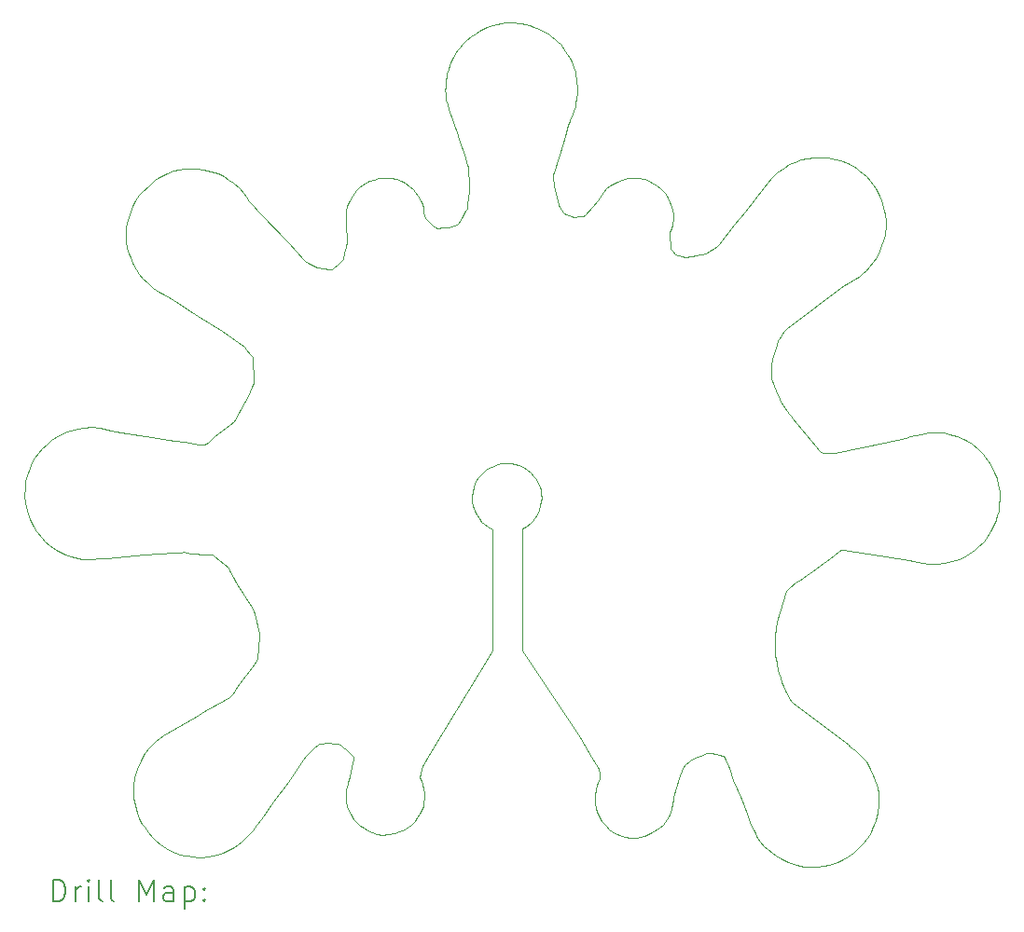
<source format=gbr>
%TF.GenerationSoftware,KiCad,Pcbnew,8.0.4*%
%TF.CreationDate,2024-10-01T08:31:06+02:00*%
%TF.ProjectId,Rp2040_Tastatur,52703230-3430-45f5-9461-737461747572,rev?*%
%TF.SameCoordinates,Original*%
%TF.FileFunction,Drillmap*%
%TF.FilePolarity,Positive*%
%FSLAX45Y45*%
G04 Gerber Fmt 4.5, Leading zero omitted, Abs format (unit mm)*
G04 Created by KiCad (PCBNEW 8.0.4) date 2024-10-01 08:31:06*
%MOMM*%
%LPD*%
G01*
G04 APERTURE LIST*
%ADD10C,0.050000*%
%ADD11C,0.200000*%
G04 APERTURE END LIST*
D10*
X14351000Y-11143000D02*
X14366000Y-11106000D01*
X8736000Y-7079000D02*
X8734000Y-7094000D01*
X8002000Y-8636000D02*
X8071000Y-8631000D01*
X7257000Y-7494000D02*
X7195000Y-7498000D01*
X11337000Y-8206000D02*
X11325000Y-8246000D01*
X15136000Y-8693000D02*
X15177000Y-8674000D01*
X8627000Y-11258000D02*
X8662000Y-11227000D01*
X10178000Y-5331000D02*
X10147000Y-5304000D01*
X14033000Y-11444000D02*
X14089000Y-11418000D01*
X13939000Y-5045000D02*
X13882000Y-5041000D01*
X11639000Y-4221000D02*
X11632000Y-4199000D01*
X14061000Y-5071000D02*
X14014000Y-5059000D01*
X9577000Y-5755000D02*
X9578000Y-5810000D01*
X14397000Y-11000000D02*
X14407000Y-10924000D01*
X9729000Y-11135000D02*
X9767000Y-11158000D01*
X13369000Y-11298000D02*
X13399000Y-11328000D01*
X11548000Y-5540000D02*
X11510000Y-5489000D01*
X9691000Y-5316000D02*
X9669000Y-5339000D01*
X11017000Y-3818000D02*
X10980000Y-3822000D01*
X13962000Y-11469000D02*
X14033000Y-11444000D01*
X6963000Y-7568000D02*
X6898000Y-7610000D01*
X8071000Y-8631000D02*
X8098000Y-8630000D01*
X13607000Y-7391000D02*
X13592000Y-7372000D01*
X13550000Y-11430000D02*
X13587000Y-11447000D01*
X6699000Y-7862000D02*
X6675000Y-7933000D01*
X13159000Y-10867000D02*
X13215000Y-11009000D01*
X8400000Y-11377000D02*
X8451000Y-11361000D01*
X14471000Y-5657000D02*
X14472000Y-5621000D01*
X11637000Y-5583000D02*
X11618000Y-5578000D01*
X11457000Y-5179000D02*
X11508000Y-5016000D01*
X11652000Y-4265000D02*
X11639000Y-4221000D01*
X8491000Y-11343000D02*
X8552000Y-11311000D01*
X12626000Y-10586000D02*
X12656000Y-10557000D01*
X10981000Y-7824000D02*
X11028000Y-7818000D01*
X14895000Y-7539000D02*
X14852000Y-7543000D01*
X10905000Y-3843000D02*
X10851000Y-3862000D01*
X8695000Y-5446000D02*
X8668000Y-5400000D01*
X9545000Y-10400000D02*
X9573000Y-10418000D01*
X11371000Y-3900000D02*
X11321000Y-3874000D01*
X7749000Y-7572000D02*
X7584000Y-7548000D01*
X12126000Y-5232000D02*
X12100000Y-5238000D01*
X8284000Y-8650000D02*
X8338000Y-8651000D01*
X14947000Y-8739000D02*
X15043000Y-8723000D01*
X8913000Y-10895000D02*
X9044000Y-10715000D01*
X9314000Y-10379000D02*
X9329000Y-10368000D01*
X11321000Y-3874000D02*
X11275000Y-3857000D01*
X10732000Y-8033000D02*
X10753000Y-7986000D01*
X14294000Y-11237000D02*
X14306000Y-11222000D01*
X7339000Y-8689000D02*
X7399000Y-8685000D01*
X9450000Y-10367000D02*
X9494000Y-10374000D01*
X14110000Y-6192000D02*
X14128000Y-6184000D01*
X10781000Y-8325000D02*
X10758000Y-8291000D01*
X8012000Y-10238000D02*
X7915000Y-10293000D01*
X9544000Y-5967000D02*
X9529000Y-5987000D01*
X7645000Y-10857000D02*
X7656000Y-10933000D01*
X10717000Y-8120000D02*
X10720000Y-8080000D01*
X8554000Y-7438000D02*
X8511000Y-7471000D01*
X11028000Y-7818000D02*
X11074000Y-7821000D01*
X11861000Y-10716000D02*
X11848000Y-10748000D01*
X11407000Y-3922000D02*
X11371000Y-3900000D01*
X11277000Y-7937000D02*
X11297000Y-7964000D01*
X9373000Y-6049000D02*
X9308000Y-6040000D01*
X11451000Y-5211000D02*
X11450000Y-5198000D01*
X9629000Y-5389000D02*
X9603000Y-5438000D01*
X8230000Y-6482000D02*
X8443000Y-6616000D01*
X13541000Y-9843000D02*
X13529000Y-9811000D01*
X10401000Y-5684000D02*
X10384000Y-5681000D01*
X11694000Y-10307000D02*
X11797000Y-10489000D01*
X9497000Y-6014000D02*
X9464000Y-6042000D01*
X14388000Y-5949000D02*
X14415000Y-5893000D01*
X7340000Y-7503000D02*
X7257000Y-7494000D01*
X9229000Y-10464000D02*
X9284000Y-10406000D01*
X11248000Y-7904000D02*
X11277000Y-7937000D01*
X10384000Y-5681000D02*
X10363000Y-5660000D01*
X9210000Y-10483000D02*
X9229000Y-10464000D01*
X11214000Y-7877000D02*
X11248000Y-7904000D01*
X10827000Y-8374000D02*
X10803000Y-8351000D01*
X10784000Y-3894000D02*
X10746000Y-3917000D01*
X13215000Y-11009000D02*
X13225000Y-11032000D01*
X12511000Y-5742000D02*
X12511000Y-5723000D01*
X10281000Y-10809000D02*
X10278000Y-10785000D01*
X7961000Y-7607000D02*
X7749000Y-7572000D01*
X13613000Y-9983000D02*
X13563000Y-9887000D01*
X13873000Y-7712000D02*
X13626000Y-7414000D01*
X9284000Y-10406000D02*
X9314000Y-10379000D01*
X10533000Y-5667000D02*
X10506000Y-5679000D01*
X12935000Y-10464000D02*
X12961000Y-10469000D01*
X9634000Y-10542000D02*
X9606000Y-10666000D01*
X7915000Y-11303000D02*
X7966000Y-11332000D01*
X11889000Y-5385000D02*
X11875000Y-5410000D01*
X10103000Y-5274000D02*
X10071000Y-5258000D01*
X9113000Y-10618000D02*
X9186000Y-10517000D01*
X7642000Y-10795000D02*
X7645000Y-10857000D01*
X11970000Y-5300000D02*
X11936000Y-5328000D01*
X12811000Y-10468000D02*
X12841000Y-10456000D01*
X14239000Y-10471000D02*
X14192000Y-10428000D01*
X12468000Y-11081000D02*
X12499000Y-11033000D01*
X10137000Y-11126000D02*
X10163000Y-11105000D01*
X10851000Y-7874000D02*
X10891000Y-7852000D01*
X7654000Y-10675000D02*
X7640000Y-10763000D01*
X8058000Y-5154000D02*
X8009000Y-5166000D01*
X11672000Y-4460000D02*
X11673000Y-4427000D01*
X10632000Y-4012000D02*
X10606000Y-4044000D01*
X14228000Y-6124000D02*
X14275000Y-6085000D01*
X10273000Y-5503000D02*
X10263000Y-5465000D01*
X15232000Y-8644000D02*
X15277000Y-8612000D01*
X12516000Y-5855000D02*
X12511000Y-5742000D01*
X8443000Y-6616000D02*
X8653000Y-6762000D01*
X13541000Y-9063000D02*
X13563000Y-9003000D01*
X13540000Y-6628000D02*
X13558000Y-6609000D01*
X13198000Y-5533000D02*
X13098000Y-5657000D01*
X10710000Y-3944000D02*
X10667000Y-3979000D01*
X13799000Y-11488000D02*
X13849000Y-11487000D01*
X15474000Y-8334000D02*
X15486000Y-8291000D01*
X11622000Y-4176000D02*
X11604000Y-4141000D01*
X13645000Y-5084000D02*
X13594000Y-5107000D01*
X7112000Y-8680000D02*
X7178000Y-8693000D01*
X8726000Y-6897000D02*
X8734000Y-7035000D01*
X11659000Y-4552000D02*
X11667000Y-4501000D01*
X14382000Y-11061000D02*
X14397000Y-11000000D01*
X12437000Y-5333000D02*
X12429000Y-5326000D01*
X13703000Y-5065000D02*
X13645000Y-5084000D01*
X10540000Y-4147000D02*
X10521000Y-4182000D01*
X13502000Y-9726000D02*
X13496000Y-9697000D01*
X6898000Y-7610000D02*
X6853000Y-7648000D01*
X12644000Y-5950000D02*
X12630000Y-5946000D01*
X14132000Y-10382000D02*
X13625000Y-10001000D01*
X12538000Y-10908000D02*
X12540000Y-10875000D01*
X11074000Y-7821000D02*
X11142000Y-7838000D01*
X10263000Y-5465000D02*
X10247000Y-5431000D01*
X8741000Y-9187000D02*
X8781000Y-9369000D01*
X15250000Y-7646000D02*
X15212000Y-7621000D01*
X10899000Y-9520000D02*
X10900000Y-8419000D01*
X9572000Y-5639000D02*
X9575000Y-5686000D01*
X10363000Y-5660000D02*
X10328000Y-5627000D01*
X10227000Y-5392000D02*
X10202000Y-5357000D01*
X7966000Y-11332000D02*
X8027000Y-11360000D01*
X9642000Y-11052000D02*
X9662000Y-11077000D01*
X8266000Y-7655000D02*
X8234000Y-7650000D01*
X9355000Y-10366000D02*
X9394000Y-10364000D01*
X15374000Y-7764000D02*
X15351000Y-7735000D01*
X9725000Y-5292000D02*
X9691000Y-5316000D01*
X8781000Y-9369000D02*
X8781000Y-9391000D01*
X14415000Y-5893000D02*
X14436000Y-5844000D01*
X9573000Y-10418000D02*
X9591000Y-10437000D01*
X13478000Y-7165000D02*
X13436000Y-7055000D01*
X7436000Y-7524000D02*
X7340000Y-7503000D01*
X11171000Y-8415000D02*
X11170000Y-9525000D01*
X13438000Y-6870000D02*
X13448000Y-6844000D01*
X7696000Y-11046000D02*
X7721000Y-11097000D01*
X10483000Y-4311000D02*
X10478000Y-4342000D01*
X6661000Y-7985000D02*
X6658000Y-8014000D01*
X13625000Y-10001000D02*
X13613000Y-9983000D01*
X10803000Y-8351000D02*
X10781000Y-8325000D01*
X12499000Y-11033000D02*
X12507000Y-11016000D01*
X7134000Y-7506000D02*
X7042000Y-7533000D01*
X13552000Y-5134000D02*
X13484000Y-5183000D01*
X14396000Y-10770000D02*
X14368000Y-10674000D01*
X9898000Y-5228000D02*
X9872000Y-5233000D01*
X14324000Y-10584000D02*
X14293000Y-10534000D01*
X13693000Y-11478000D02*
X13729000Y-11484000D01*
X11659000Y-4293000D02*
X11652000Y-4265000D01*
X7024000Y-8652000D02*
X7073000Y-8669000D01*
X12485000Y-5393000D02*
X12469000Y-5370000D01*
X15504000Y-8074000D02*
X15492000Y-8014000D01*
X12542000Y-5901000D02*
X12526000Y-5880000D01*
X8176000Y-11396000D02*
X8235000Y-11399000D01*
X8800000Y-11052000D02*
X8913000Y-10895000D01*
X10688000Y-5350000D02*
X10683000Y-5409000D01*
X11632000Y-4199000D02*
X11622000Y-4176000D01*
X13089000Y-10697000D02*
X13159000Y-10867000D01*
X8451000Y-11361000D02*
X8491000Y-11343000D01*
X13505000Y-6684000D02*
X13540000Y-6628000D01*
X11207000Y-8394000D02*
X11171000Y-8415000D01*
X11936000Y-5328000D02*
X11910000Y-5358000D01*
X11492000Y-3991000D02*
X11465000Y-3966000D01*
X7604000Y-5559000D02*
X7589000Y-5615000D01*
X14936000Y-7538000D02*
X14895000Y-7539000D01*
X12284000Y-11204000D02*
X12349000Y-11174000D01*
X9394000Y-10364000D02*
X9425000Y-10363000D01*
X10102000Y-11148000D02*
X10111000Y-11142000D01*
X8781000Y-9391000D02*
X8765000Y-9596000D01*
X8580000Y-9856000D02*
X8545000Y-9909000D01*
X9631000Y-11036000D02*
X9642000Y-11052000D01*
X9575000Y-10785000D02*
X9572000Y-10809000D01*
X9441000Y-6057000D02*
X9420000Y-6058000D01*
X9599000Y-10977000D02*
X9613000Y-11008000D01*
X11667000Y-4334000D02*
X11659000Y-4293000D01*
X10278000Y-10785000D02*
X10266000Y-10733000D01*
X14335000Y-11173000D02*
X14351000Y-11143000D01*
X8754000Y-9622000D02*
X8740000Y-9638000D01*
X8594000Y-11285000D02*
X8627000Y-11258000D01*
X13396000Y-5275000D02*
X13366000Y-5313000D01*
X13241000Y-11082000D02*
X13249000Y-11107000D01*
X10196000Y-11072000D02*
X10218000Y-11043000D01*
X9901000Y-11197000D02*
X9952000Y-11194000D01*
X9642000Y-10512000D02*
X9634000Y-10542000D01*
X13048000Y-10594000D02*
X13089000Y-10697000D01*
X14288000Y-6074000D02*
X14324000Y-6036000D01*
X13332000Y-11255000D02*
X13369000Y-11298000D01*
X11437000Y-3943000D02*
X11407000Y-3922000D01*
X10218000Y-11043000D02*
X10243000Y-11001000D01*
X8734000Y-7094000D02*
X8719000Y-7128000D01*
X9575000Y-5686000D02*
X9577000Y-5755000D01*
X8322000Y-11393000D02*
X8358000Y-11388000D01*
X12656000Y-10557000D02*
X12689000Y-10528000D01*
X10656000Y-5531000D02*
X10630000Y-5574000D01*
X12155000Y-11222000D02*
X12216000Y-11221000D01*
X13466000Y-9426000D02*
X13468000Y-9391000D01*
X9584000Y-10938000D02*
X9599000Y-10977000D01*
X7662000Y-5431000D02*
X7633000Y-5482000D01*
X10521000Y-4182000D02*
X10512000Y-4207000D01*
X12452000Y-5349000D02*
X12437000Y-5333000D01*
X10677000Y-5112000D02*
X10680000Y-5129000D01*
X7791000Y-5286000D02*
X7709000Y-5362000D01*
X12840000Y-5915000D02*
X12795000Y-5926000D01*
X8603000Y-5322000D02*
X8549000Y-5273000D01*
X13465000Y-9458000D02*
X13466000Y-9426000D01*
X10293000Y-5591000D02*
X10281000Y-5571000D01*
X11839000Y-10951000D02*
X11850000Y-10989000D01*
X9586000Y-10738000D02*
X9579000Y-10763000D01*
X13480000Y-9261000D02*
X13506000Y-9172000D01*
X9578000Y-5810000D02*
X9569000Y-5859000D01*
X11306000Y-8285000D02*
X11285000Y-8320000D01*
X8738000Y-9168000D02*
X8741000Y-9187000D01*
X11876000Y-10673000D02*
X11876000Y-10690000D01*
X9592000Y-10720000D02*
X9586000Y-10738000D01*
X9186000Y-10517000D02*
X9210000Y-10483000D01*
X9700000Y-11114000D02*
X9729000Y-11135000D01*
X7896000Y-5211000D02*
X7863000Y-5229000D01*
X12689000Y-10528000D02*
X12707000Y-10516000D01*
X10059000Y-11169000D02*
X10102000Y-11148000D01*
X9571000Y-5577000D02*
X9572000Y-5639000D01*
X9591000Y-10437000D02*
X9624000Y-10475000D01*
X7775000Y-11171000D02*
X7812000Y-11218000D01*
X15492000Y-8014000D02*
X15479000Y-7956000D01*
X8098000Y-8630000D02*
X8122000Y-8631000D01*
X13882000Y-5041000D02*
X13824000Y-5042000D01*
X7676000Y-10995000D02*
X7696000Y-11046000D01*
X12540000Y-5562000D02*
X12535000Y-5522000D01*
X8375000Y-8665000D02*
X8506000Y-8773000D01*
X7787000Y-10404000D02*
X7743000Y-10458000D01*
X11510000Y-5489000D02*
X11504000Y-5478000D01*
X10502000Y-4603000D02*
X10513000Y-4633000D01*
X11450000Y-5198000D02*
X11457000Y-5179000D01*
X12841000Y-10456000D02*
X12859000Y-10451000D01*
X8576000Y-8908000D02*
X8725000Y-9146000D01*
X9188000Y-5972000D02*
X9052000Y-5827000D01*
X8765000Y-9596000D02*
X8754000Y-9622000D01*
X12664000Y-5948000D02*
X12644000Y-5950000D01*
X14461000Y-7634000D02*
X14008000Y-7729000D01*
X9203000Y-5986000D02*
X9188000Y-5972000D01*
X7766000Y-6183000D02*
X7817000Y-6226000D01*
X11620000Y-4669000D02*
X11640000Y-4620000D01*
X14178000Y-11360000D02*
X14230000Y-11312000D01*
X10259000Y-10598000D02*
X10268000Y-10573000D01*
X11875000Y-5410000D02*
X11855000Y-5431000D01*
X6853000Y-7648000D02*
X6812000Y-7689000D01*
X13477000Y-11390000D02*
X13519000Y-11415000D01*
X8362000Y-8652000D02*
X8375000Y-8665000D01*
X8511000Y-7471000D02*
X8380000Y-7576000D01*
X9783000Y-5260000D02*
X9725000Y-5292000D01*
X7668000Y-6063000D02*
X7692000Y-6099000D01*
X14648000Y-7592000D02*
X14461000Y-7634000D01*
X6776000Y-7730000D02*
X6748000Y-7768000D01*
X15434000Y-8424000D02*
X15456000Y-8376000D01*
X10031000Y-5242000D02*
X9977000Y-5232000D01*
X10147000Y-5304000D02*
X10103000Y-5274000D01*
X10670000Y-5510000D02*
X10656000Y-5531000D01*
X7727000Y-6144000D02*
X7766000Y-6183000D01*
X15495000Y-8262000D02*
X15503000Y-8202000D01*
X11167000Y-3827000D02*
X11146000Y-3824000D01*
X8136000Y-11389000D02*
X8176000Y-11396000D01*
X7251000Y-8697000D02*
X7339000Y-8689000D01*
X8549000Y-5273000D02*
X8509000Y-5245000D01*
X10071000Y-5258000D02*
X10031000Y-5242000D01*
X12287000Y-5241000D02*
X12217000Y-5228000D01*
X10598000Y-4878000D02*
X10653000Y-5041000D01*
X7747000Y-8655000D02*
X8002000Y-8636000D01*
X13011000Y-10501000D02*
X13048000Y-10594000D01*
X14125000Y-5097000D02*
X14061000Y-5071000D01*
X10478000Y-4342000D02*
X10476000Y-4363000D01*
X13932000Y-8710000D02*
X14001000Y-8659000D01*
X8668000Y-5400000D02*
X8641000Y-5365000D01*
X13435000Y-7005000D02*
X13437000Y-6931000D01*
X11933000Y-11119000D02*
X11961000Y-11145000D01*
X9558000Y-5910000D02*
X9544000Y-5967000D01*
X12001000Y-5278000D02*
X11970000Y-5300000D01*
X8263000Y-11399000D02*
X8322000Y-11393000D01*
X6938000Y-8607000D02*
X6974000Y-8628000D01*
X11559000Y-4851000D02*
X11590000Y-4752000D01*
X7689000Y-5384000D02*
X7662000Y-5431000D01*
X13963000Y-7729000D02*
X13909000Y-7727000D01*
X11830000Y-10841000D02*
X11829000Y-10885000D01*
X7886000Y-11283000D02*
X7915000Y-11303000D01*
X10851000Y-3862000D02*
X10784000Y-3894000D01*
X13439000Y-11362000D02*
X13477000Y-11390000D01*
X9606000Y-10666000D02*
X9600000Y-10696000D01*
X14407000Y-10924000D02*
X14408000Y-10873000D01*
X10473000Y-4433000D02*
X10475000Y-4464000D01*
X12961000Y-5829000D02*
X12945000Y-5850000D01*
X12945000Y-5850000D02*
X12911000Y-5870000D01*
X12521000Y-10984000D02*
X12527000Y-10964000D01*
X10775000Y-7951000D02*
X10813000Y-7905000D01*
X10474000Y-4400000D02*
X10473000Y-4433000D01*
X8274000Y-5152000D02*
X8218000Y-5145000D01*
X15422000Y-7832000D02*
X15374000Y-7764000D01*
X15122000Y-7578000D02*
X15050000Y-7556000D01*
X14001000Y-8659000D02*
X14055000Y-8619000D01*
X11667000Y-4501000D02*
X11672000Y-4460000D01*
X10328000Y-5627000D02*
X10293000Y-5591000D01*
X10891000Y-7852000D02*
X10950000Y-7829000D01*
X6974000Y-8628000D02*
X7024000Y-8652000D01*
X15486000Y-8291000D02*
X15495000Y-8262000D01*
X14686000Y-8703000D02*
X14720000Y-8709000D01*
X10980000Y-3822000D02*
X10942000Y-3831000D01*
X10758000Y-8291000D02*
X10739000Y-8252000D01*
X14389000Y-5338000D02*
X14379000Y-5321000D01*
X14356000Y-5996000D02*
X14388000Y-5949000D01*
X8225000Y-8647000D02*
X8239000Y-8650000D01*
X11618000Y-5578000D02*
X11570000Y-5563000D01*
X13988000Y-7731000D02*
X13963000Y-7729000D01*
X10244500Y-10677000D02*
X10247500Y-10637000D01*
X11602000Y-4713000D02*
X11606000Y-4699000D01*
X11247000Y-8361000D02*
X11207000Y-8394000D01*
X11874000Y-10640000D02*
X11876000Y-10673000D01*
X11170000Y-9525000D02*
X11694000Y-10307000D01*
X14328000Y-5254000D02*
X14293000Y-5216000D01*
X15313000Y-7696000D02*
X15250000Y-7646000D01*
X11468000Y-5329000D02*
X11464000Y-5305000D01*
X11700000Y-5577000D02*
X11637000Y-5583000D01*
X11673000Y-4427000D02*
X11667000Y-4334000D01*
X11566000Y-4079000D02*
X11516000Y-4015000D01*
X10753000Y-7986000D02*
X10775000Y-7951000D01*
X9823000Y-5246000D02*
X9783000Y-5260000D01*
X13471000Y-9566000D02*
X13465000Y-9458000D01*
X14720000Y-8709000D02*
X14801000Y-8731000D01*
X11652000Y-4581000D02*
X11659000Y-4552000D01*
X15212000Y-7621000D02*
X15181000Y-7605000D01*
X8725000Y-5480000D02*
X8695000Y-5446000D01*
X7631000Y-5999000D02*
X7668000Y-6063000D01*
X13494000Y-6702000D02*
X13505000Y-6684000D01*
X9579000Y-10763000D02*
X9575000Y-10785000D01*
X7839000Y-5246000D02*
X7791000Y-5286000D01*
X13516000Y-9771000D02*
X13502000Y-9726000D01*
X8734000Y-7035000D02*
X8736000Y-7079000D01*
X9662000Y-11077000D02*
X9681000Y-11097000D01*
X10674000Y-5470000D02*
X10670000Y-5510000D01*
X13436000Y-7055000D02*
X13434000Y-7033000D01*
X14230000Y-11312000D02*
X14267000Y-11271000D01*
X15050000Y-7556000D02*
X14996000Y-7544000D01*
X13098000Y-5657000D02*
X12961000Y-5829000D01*
X6880000Y-8567000D02*
X6938000Y-8607000D01*
X11841000Y-10774000D02*
X11830000Y-10841000D01*
X8515000Y-9944000D02*
X8470000Y-9969000D01*
X10667000Y-3979000D02*
X10632000Y-4012000D01*
X12589000Y-5931000D02*
X12564000Y-5923000D01*
X8380000Y-7576000D02*
X8315000Y-7636000D01*
X12100000Y-5238000D02*
X12076000Y-5244000D01*
X6748000Y-7768000D02*
X6722000Y-7814000D01*
X10452000Y-5681000D02*
X10401000Y-5684000D01*
X12873000Y-5894000D02*
X12840000Y-5915000D01*
X11344000Y-8169000D02*
X11337000Y-8206000D01*
X12525000Y-5687000D02*
X12532000Y-5653000D01*
X7740000Y-11122000D02*
X7775000Y-11171000D01*
X9574000Y-5523000D02*
X9571000Y-5577000D01*
X9329000Y-10368000D02*
X9355000Y-10366000D01*
X10630000Y-5574000D02*
X10593000Y-5640000D01*
X12596000Y-10686000D02*
X12626000Y-10586000D01*
X7843000Y-10348000D02*
X7787000Y-10404000D01*
X9767000Y-11158000D02*
X9808000Y-11176000D01*
X14194000Y-6148000D02*
X14228000Y-6124000D01*
X13590000Y-8960000D02*
X13659000Y-8901000D01*
X12707000Y-10516000D02*
X12763000Y-10488000D01*
X14451000Y-5798000D02*
X14462000Y-5747000D01*
X11806000Y-5491000D02*
X11741000Y-5568000D01*
X14872000Y-8739000D02*
X14947000Y-8739000D01*
X10582000Y-4073000D02*
X10540000Y-4147000D01*
X6655000Y-8117000D02*
X6657000Y-8181000D01*
X7589000Y-5615000D02*
X7578000Y-5672000D01*
X8103000Y-5147000D02*
X8058000Y-5154000D01*
X8670000Y-6787000D02*
X8702000Y-6829000D01*
X7584000Y-7548000D02*
X7478000Y-7531000D01*
X14293000Y-10534000D02*
X14239000Y-10471000D01*
X13434000Y-5230000D02*
X13396000Y-5275000D01*
X13911000Y-11480000D02*
X13962000Y-11469000D01*
X11581000Y-4101000D02*
X11566000Y-4079000D01*
X8517000Y-8795000D02*
X8552000Y-8870000D01*
X13506000Y-9172000D02*
X13541000Y-9063000D01*
X8725000Y-9146000D02*
X8738000Y-9168000D01*
X13563000Y-9003000D02*
X13570000Y-8978000D01*
X10720000Y-8080000D02*
X10732000Y-8033000D01*
X6760000Y-8440000D02*
X6808000Y-8500000D01*
X12514000Y-5448000D02*
X12494000Y-5409000D01*
X7042000Y-7533000D02*
X6963000Y-7568000D01*
X14801000Y-8731000D02*
X14872000Y-8739000D01*
X13849000Y-11487000D02*
X13911000Y-11480000D01*
X9849000Y-11188000D02*
X9901000Y-11197000D01*
X11339000Y-8066000D02*
X11344000Y-8099000D01*
X8653000Y-6762000D02*
X8670000Y-6787000D01*
X12911000Y-5870000D02*
X12873000Y-5894000D01*
X8702000Y-6829000D02*
X8723000Y-6857000D01*
X14055000Y-8619000D02*
X14066000Y-8611000D01*
X9681000Y-11097000D02*
X9700000Y-11114000D01*
X13298000Y-11208000D02*
X13310000Y-11226000D01*
X9294000Y-6032000D02*
X9226000Y-5997000D01*
X12540000Y-5598000D02*
X12540000Y-5562000D01*
X11850000Y-10989000D02*
X11871000Y-11035000D01*
X11893000Y-11071000D02*
X11933000Y-11119000D01*
X13660000Y-11471000D02*
X13693000Y-11478000D01*
X10268000Y-10573000D02*
X10330000Y-10455000D01*
X8681000Y-7211000D02*
X8658000Y-7252000D01*
X13570000Y-8978000D02*
X13590000Y-8960000D01*
X11570000Y-5563000D02*
X11557000Y-5554000D01*
X7576000Y-5801000D02*
X7586000Y-5864000D01*
X10512000Y-4207000D02*
X10502000Y-4236000D01*
X13448000Y-6844000D02*
X13480000Y-6744000D01*
X13519000Y-11415000D02*
X13550000Y-11430000D01*
X11201000Y-3834000D02*
X11167000Y-3827000D01*
X11319000Y-8007000D02*
X11330000Y-8034000D01*
X10813000Y-7905000D02*
X10851000Y-7874000D01*
X7675000Y-10598000D02*
X7654000Y-10675000D01*
X11590000Y-4752000D02*
X11602000Y-4713000D01*
X8779000Y-5536000D02*
X8725000Y-5480000D01*
X7586000Y-5864000D02*
X7599000Y-5914000D01*
X14416000Y-5388000D02*
X14389000Y-5338000D01*
X15351000Y-7735000D02*
X15313000Y-7696000D01*
X11243000Y-3845000D02*
X11201000Y-3834000D01*
X7478000Y-7531000D02*
X7436000Y-7524000D01*
X15479000Y-7956000D02*
X15459000Y-7902000D01*
X11465000Y-3966000D02*
X11437000Y-3943000D01*
X15503000Y-8202000D02*
X15505000Y-8137000D01*
X10279000Y-5542000D02*
X10273000Y-5503000D01*
X14148000Y-10394000D02*
X14132000Y-10382000D01*
X10502000Y-4236000D02*
X10489000Y-4280000D01*
X7925000Y-6289000D02*
X7978000Y-6327000D01*
X11508000Y-5016000D02*
X11559000Y-4851000D01*
X7915000Y-10293000D02*
X7843000Y-10348000D01*
X12763000Y-10488000D02*
X12811000Y-10468000D01*
X14460000Y-5523000D02*
X14436000Y-5435000D01*
X10683000Y-5409000D02*
X10674000Y-5470000D01*
X10950000Y-7829000D02*
X10981000Y-7824000D01*
X15177000Y-8674000D02*
X15232000Y-8644000D01*
X13758000Y-8838000D02*
X13804000Y-8804000D01*
X6839000Y-8532000D02*
X6880000Y-8567000D01*
X8658000Y-7252000D02*
X8554000Y-7438000D01*
X14366000Y-11106000D02*
X14382000Y-11061000D01*
X9420000Y-6058000D02*
X9373000Y-6049000D01*
X13592000Y-7372000D02*
X13576000Y-7350000D01*
X9464000Y-6042000D02*
X9441000Y-6057000D01*
X14734000Y-7571000D02*
X14695000Y-7580000D01*
X10489000Y-4280000D02*
X10483000Y-4311000D01*
X8106000Y-7630000D02*
X8015000Y-7616000D01*
X13904000Y-8730000D02*
X13932000Y-8710000D01*
X14267000Y-11271000D02*
X14294000Y-11237000D01*
X7178000Y-8693000D02*
X7251000Y-8697000D01*
X6724000Y-8382000D02*
X6760000Y-8440000D01*
X8136000Y-5143000D02*
X8103000Y-5147000D01*
X14093000Y-6207000D02*
X14110000Y-6192000D01*
X6701000Y-8333000D02*
X6724000Y-8382000D01*
X10593000Y-5640000D02*
X10577000Y-5651000D01*
X12494000Y-5409000D02*
X12485000Y-5393000D01*
X11797000Y-10489000D02*
X11842000Y-10553000D01*
X12740000Y-5937000D02*
X12718000Y-5941000D01*
X10739000Y-8252000D02*
X10730000Y-8227000D01*
X13659000Y-8901000D02*
X13683000Y-8886000D01*
X11842000Y-10553000D02*
X11860000Y-10581000D01*
X11344000Y-8099000D02*
X11346000Y-8134000D01*
X14695000Y-7580000D02*
X14648000Y-7592000D01*
X13754000Y-5052000D02*
X13703000Y-5065000D01*
X8338000Y-8651000D02*
X8362000Y-8652000D01*
X11848000Y-10748000D02*
X11841000Y-10774000D01*
X11961000Y-11145000D02*
X12014000Y-11180000D01*
X12859000Y-10451000D02*
X12880000Y-10454000D01*
X6808000Y-8500000D02*
X6839000Y-8532000D01*
X9575000Y-10898000D02*
X9584000Y-10938000D01*
X6656000Y-8043000D02*
X6655000Y-8117000D01*
X12511000Y-5723000D02*
X12519000Y-5705000D01*
X12693000Y-5945000D02*
X12664000Y-5948000D01*
X11330000Y-8034000D02*
X11339000Y-8066000D01*
X12507000Y-11016000D02*
X12521000Y-10984000D01*
X11285000Y-8320000D02*
X11264000Y-8345000D01*
X8348000Y-5169000D02*
X8274000Y-5152000D01*
X14368000Y-10674000D02*
X14324000Y-10584000D01*
X12540000Y-10875000D02*
X12540000Y-10854000D01*
X11741000Y-5568000D02*
X11726000Y-5575000D01*
X15306000Y-8586000D02*
X15360000Y-8532000D01*
X12237000Y-11217000D02*
X12284000Y-11204000D01*
X11640000Y-4620000D02*
X11652000Y-4581000D01*
X7692000Y-6099000D02*
X7727000Y-6144000D01*
X13558000Y-6609000D02*
X13579000Y-6593000D01*
X15456000Y-8376000D02*
X15474000Y-8334000D01*
X8027000Y-11360000D02*
X8067000Y-11374000D01*
X10577000Y-5651000D02*
X10533000Y-5667000D01*
X10480000Y-4517000D02*
X10491000Y-4566000D01*
X10942000Y-3831000D02*
X10905000Y-3843000D01*
X14462000Y-5747000D02*
X14471000Y-5657000D01*
X12217000Y-5228000D02*
X12181000Y-5227000D01*
X13006000Y-10490000D02*
X13011000Y-10501000D01*
X7721000Y-11097000D02*
X7740000Y-11122000D01*
X10257000Y-10969000D02*
X10271000Y-10935000D01*
X12961000Y-10469000D02*
X12992000Y-10483000D01*
X12718000Y-5941000D02*
X12693000Y-5945000D01*
X10111000Y-11142000D02*
X10137000Y-11126000D01*
X13909000Y-7727000D02*
X13885000Y-7724000D01*
X13399000Y-11328000D02*
X13439000Y-11362000D01*
X13824000Y-5042000D02*
X13754000Y-5052000D01*
X11516000Y-4015000D02*
X11492000Y-3991000D01*
X12526000Y-5880000D02*
X12518000Y-5870000D01*
X6675000Y-7933000D02*
X6661000Y-7985000D01*
X13683000Y-8886000D02*
X13758000Y-8838000D01*
X10259000Y-10706000D02*
X10244500Y-10677000D01*
X8207000Y-10125000D02*
X8012000Y-10238000D01*
X11464000Y-5305000D02*
X11451000Y-5211000D01*
X7949000Y-5187000D02*
X7896000Y-5211000D01*
X10686000Y-5262000D02*
X10688000Y-5350000D01*
X8234000Y-7650000D02*
X8106000Y-7630000D01*
X13506000Y-7238000D02*
X13478000Y-7165000D01*
X12216000Y-11221000D02*
X12237000Y-11217000D01*
X14436000Y-5844000D02*
X14451000Y-5798000D01*
X12076000Y-5244000D02*
X12034000Y-5261000D01*
X8552000Y-8870000D02*
X8576000Y-8908000D01*
X11179000Y-7856000D02*
X11214000Y-7877000D01*
X10247500Y-10637000D02*
X10259000Y-10598000D01*
X15401000Y-8478000D02*
X15434000Y-8424000D01*
X8662000Y-11227000D02*
X8699000Y-11187000D01*
X10015000Y-11183000D02*
X10059000Y-11169000D01*
X14436000Y-5435000D02*
X14416000Y-5388000D01*
X10475000Y-4464000D02*
X10480000Y-4517000D01*
X13287000Y-11186000D02*
X13298000Y-11208000D01*
X11910000Y-5358000D02*
X11889000Y-5385000D01*
X8509000Y-5245000D02*
X8459000Y-5214000D01*
X10724000Y-8207000D02*
X10718000Y-8172000D01*
X10271000Y-10935000D02*
X10277000Y-10900000D01*
X8760000Y-11106000D02*
X8800000Y-11052000D01*
X11876000Y-10690000D02*
X11861000Y-10716000D01*
X11726000Y-5575000D02*
X11700000Y-5577000D01*
X12469000Y-5370000D02*
X12452000Y-5349000D01*
X14192000Y-10428000D02*
X14148000Y-10394000D01*
X6812000Y-7689000D02*
X6776000Y-7730000D01*
X12429000Y-5326000D02*
X12389000Y-5300000D01*
X10476000Y-4363000D02*
X10474000Y-4400000D01*
X11264000Y-8345000D02*
X11247000Y-8361000D01*
X13579000Y-6593000D02*
X14093000Y-6207000D01*
X9624000Y-10475000D02*
X9637000Y-10492000D01*
X7656000Y-10933000D02*
X7676000Y-10995000D01*
X14467000Y-5564000D02*
X14460000Y-5523000D01*
X14403000Y-10820000D02*
X14396000Y-10770000D01*
X12535000Y-5522000D02*
X12521000Y-5467000D01*
X13804000Y-8804000D02*
X13904000Y-8730000D01*
X13468000Y-9391000D02*
X13474000Y-9320000D01*
X8545000Y-9909000D02*
X8515000Y-9944000D01*
X7873000Y-6263000D02*
X7925000Y-6289000D01*
X10491000Y-4566000D02*
X10502000Y-4603000D01*
X14085000Y-8610000D02*
X14419000Y-8663000D01*
X8506000Y-8773000D02*
X8517000Y-8795000D01*
X8358000Y-11388000D02*
X8400000Y-11377000D01*
X8641000Y-5365000D02*
X8603000Y-5322000D01*
X7578000Y-5672000D02*
X7573000Y-5734000D01*
X7812000Y-11218000D02*
X7842000Y-11251000D01*
X9600000Y-10696000D02*
X9592000Y-10720000D01*
X12347000Y-5273000D02*
X12287000Y-5241000D01*
X8239000Y-8650000D02*
X8284000Y-8650000D01*
X10668000Y-5084000D02*
X10677000Y-5112000D01*
X7613000Y-5953000D02*
X7631000Y-5999000D01*
X13563000Y-9887000D02*
X13541000Y-9843000D01*
X13437000Y-6931000D02*
X13438000Y-6870000D01*
X9872000Y-5233000D02*
X9823000Y-5246000D01*
X14324000Y-6036000D02*
X14356000Y-5996000D01*
X8289000Y-10075000D02*
X8207000Y-10125000D01*
X14306000Y-11222000D02*
X14335000Y-11173000D01*
X10746000Y-3917000D02*
X10710000Y-3944000D01*
X7707000Y-10526000D02*
X7675000Y-10598000D01*
X9584000Y-5481000D02*
X9574000Y-5523000D01*
X9572000Y-10809000D02*
X9571000Y-10863000D01*
X9529000Y-5987000D02*
X9497000Y-6014000D01*
X12992000Y-10483000D02*
X13006000Y-10490000D01*
X8067000Y-11374000D02*
X8106000Y-11382000D01*
X9494000Y-10374000D02*
X9522000Y-10382000D01*
X9522000Y-10382000D02*
X9545000Y-10400000D01*
X15505000Y-8137000D02*
X15504000Y-8074000D01*
X8288000Y-7654000D02*
X8266000Y-7655000D01*
X12880000Y-10454000D02*
X12935000Y-10464000D01*
X11860000Y-10581000D02*
X11866000Y-10602000D01*
X14203000Y-5141000D02*
X14125000Y-5097000D01*
X8409000Y-5191000D02*
X8348000Y-5169000D01*
X10730000Y-8227000D02*
X10724000Y-8207000D01*
X7817000Y-6226000D02*
X7873000Y-6263000D01*
X13496000Y-9697000D02*
X13484000Y-9636000D01*
X11146000Y-3824000D02*
X11085000Y-3819000D01*
X9808000Y-11176000D02*
X9849000Y-11188000D01*
X11325000Y-8246000D02*
X11306000Y-8285000D01*
X12518000Y-5870000D02*
X12516000Y-5855000D01*
X12795000Y-5926000D02*
X12740000Y-5937000D01*
X14408000Y-10873000D02*
X14403000Y-10820000D01*
X13366000Y-5313000D02*
X13198000Y-5533000D01*
X14129000Y-11395000D02*
X14178000Y-11360000D01*
X11871000Y-11035000D02*
X11893000Y-11071000D01*
X7195000Y-7498000D02*
X7134000Y-7506000D01*
X12519000Y-5705000D02*
X12525000Y-5687000D01*
X10513000Y-4633000D02*
X10538000Y-4696000D01*
X9226000Y-5997000D02*
X9203000Y-5986000D01*
X15277000Y-8612000D02*
X15306000Y-8586000D01*
X13269000Y-11151000D02*
X13287000Y-11186000D01*
X13434000Y-7033000D02*
X13435000Y-7005000D01*
X8723000Y-6857000D02*
X8726000Y-6897000D01*
X11606000Y-4699000D02*
X11620000Y-4669000D01*
X14014000Y-5059000D02*
X13939000Y-5045000D01*
X8168000Y-8639000D02*
X8225000Y-8647000D01*
X6722000Y-7814000D02*
X6699000Y-7862000D01*
X13484000Y-5183000D02*
X13434000Y-5230000D01*
X8470000Y-9969000D02*
X8289000Y-10075000D01*
X7842000Y-11251000D02*
X7886000Y-11283000D01*
X7640000Y-10763000D02*
X7642000Y-10795000D01*
X13484000Y-9636000D02*
X13471000Y-9566000D01*
X12552000Y-5913000D02*
X12542000Y-5901000D01*
X7073000Y-8669000D02*
X7112000Y-8680000D01*
X10266000Y-10733000D02*
X10259000Y-10706000D01*
X14128000Y-6184000D02*
X14194000Y-6148000D01*
X7709000Y-5362000D02*
X7689000Y-5384000D01*
X12540000Y-10854000D02*
X12596000Y-10686000D01*
X14089000Y-11418000D02*
X14129000Y-11395000D01*
X11346000Y-8134000D02*
X11344000Y-8169000D01*
X11297000Y-7964000D02*
X11319000Y-8007000D01*
X12630000Y-5946000D02*
X12589000Y-5931000D01*
X7399000Y-8685000D02*
X7747000Y-8655000D01*
X12527000Y-10964000D02*
X12538000Y-10908000D01*
X13480000Y-6744000D02*
X13494000Y-6702000D01*
X14008000Y-7729000D02*
X13988000Y-7731000D01*
X8122000Y-8631000D02*
X8168000Y-8639000D01*
X8719000Y-7128000D02*
X8681000Y-7211000D01*
X14795000Y-7557000D02*
X14734000Y-7571000D01*
X10861000Y-8398000D02*
X10827000Y-8374000D01*
X10283000Y-10859000D02*
X10281000Y-10809000D01*
X10330000Y-10455000D02*
X10899000Y-9520000D01*
X7863000Y-5229000D02*
X7839000Y-5246000D01*
X9940000Y-5228000D02*
X9898000Y-5228000D01*
X13885000Y-7724000D02*
X13873000Y-7712000D01*
X9669000Y-5339000D02*
X9629000Y-5389000D01*
X13576000Y-7350000D02*
X13519000Y-7263000D01*
X8724000Y-11156000D02*
X8760000Y-11106000D01*
X14275000Y-6085000D02*
X14288000Y-6074000D01*
X11855000Y-5431000D02*
X11806000Y-5491000D01*
X13310000Y-11226000D02*
X13332000Y-11255000D01*
X10243000Y-11001000D02*
X10257000Y-10969000D01*
X9637000Y-10492000D02*
X9642000Y-10512000D01*
X8235000Y-11399000D02*
X8263000Y-11399000D01*
X11504000Y-5478000D02*
X11468000Y-5329000D01*
X8740000Y-9638000D02*
X8580000Y-9856000D01*
X8015000Y-7616000D02*
X7961000Y-7607000D01*
X13587000Y-11447000D02*
X13660000Y-11471000D01*
X9308000Y-6040000D02*
X9294000Y-6032000D01*
X11833000Y-10915000D02*
X11839000Y-10951000D01*
X10163000Y-11105000D02*
X10196000Y-11072000D01*
X11604000Y-4141000D02*
X11581000Y-4101000D01*
X10202000Y-5357000D02*
X10178000Y-5331000D01*
X13474000Y-9320000D02*
X13480000Y-9261000D01*
X14293000Y-5216000D02*
X14230000Y-5162000D01*
X10247000Y-5431000D02*
X10227000Y-5392000D01*
X12389000Y-5300000D02*
X12347000Y-5273000D01*
X13529000Y-9811000D02*
X13516000Y-9771000D01*
X8009000Y-5166000D02*
X7949000Y-5187000D01*
X12415000Y-11133000D02*
X12450000Y-11104000D01*
X9569000Y-5859000D02*
X9558000Y-5910000D01*
X10680000Y-5129000D02*
X10681000Y-5166000D01*
X8459000Y-5214000D02*
X8409000Y-5191000D01*
X12532000Y-5653000D02*
X12540000Y-5598000D01*
X12564000Y-5923000D02*
X12552000Y-5913000D01*
X10606000Y-4044000D02*
X10582000Y-4073000D01*
X15043000Y-8723000D02*
X15136000Y-8693000D01*
X10578000Y-4813000D02*
X10598000Y-4878000D01*
X14472000Y-5621000D02*
X14467000Y-5564000D01*
X6673000Y-8256000D02*
X6701000Y-8333000D01*
X14996000Y-7544000D02*
X14936000Y-7538000D01*
X7743000Y-10458000D02*
X7707000Y-10526000D01*
X12521000Y-5467000D02*
X12514000Y-5448000D01*
X11866000Y-10602000D02*
X11874000Y-10640000D01*
X8315000Y-7636000D02*
X8288000Y-7654000D01*
X13594000Y-5107000D02*
X13552000Y-5134000D01*
X11085000Y-3819000D02*
X11017000Y-3818000D01*
X13249000Y-11107000D02*
X13269000Y-11151000D01*
X10900000Y-8419000D02*
X10861000Y-8398000D01*
X9613000Y-11008000D02*
X9631000Y-11036000D01*
X11275000Y-3857000D02*
X11243000Y-3845000D01*
X14852000Y-7543000D02*
X14795000Y-7557000D01*
X8218000Y-5145000D02*
X8136000Y-5143000D01*
X10506000Y-5679000D02*
X10452000Y-5681000D01*
X9952000Y-11194000D02*
X10015000Y-11183000D01*
X8552000Y-11311000D02*
X8594000Y-11285000D01*
X13729000Y-11484000D02*
X13799000Y-11488000D01*
X11557000Y-5554000D02*
X11548000Y-5540000D01*
X10718000Y-8172000D02*
X10717000Y-8120000D01*
X13225000Y-11032000D02*
X13241000Y-11082000D01*
X6657000Y-8181000D02*
X6673000Y-8256000D01*
X9052000Y-5827000D02*
X8779000Y-5536000D01*
X13519000Y-7263000D02*
X13506000Y-7238000D01*
X9603000Y-5438000D02*
X9584000Y-5481000D01*
X14066000Y-8611000D02*
X14074000Y-8608000D01*
X12076000Y-11206000D02*
X12107000Y-11214000D01*
X10281000Y-5571000D02*
X10279000Y-5542000D01*
X10277000Y-10900000D02*
X10283000Y-10859000D01*
X7573000Y-5734000D02*
X7576000Y-5801000D01*
X8699000Y-11187000D02*
X8724000Y-11156000D01*
X12107000Y-11214000D02*
X12155000Y-11222000D01*
X15459000Y-7902000D02*
X15422000Y-7832000D01*
X7599000Y-5914000D02*
X7613000Y-5953000D01*
X14074000Y-8608000D02*
X14085000Y-8610000D01*
X9425000Y-10363000D02*
X9450000Y-10367000D01*
X10681000Y-5166000D02*
X10686000Y-5262000D01*
X10555000Y-4745000D02*
X10578000Y-4813000D01*
X10538000Y-4696000D02*
X10555000Y-4745000D01*
X12450000Y-11104000D02*
X12468000Y-11081000D01*
X12014000Y-11180000D02*
X12076000Y-11206000D01*
X7978000Y-6327000D02*
X8230000Y-6482000D01*
X9977000Y-5232000D02*
X9940000Y-5228000D01*
X14379000Y-5321000D02*
X14328000Y-5254000D01*
X11829000Y-10885000D02*
X11833000Y-10915000D01*
X12349000Y-11174000D02*
X12415000Y-11133000D01*
X11142000Y-7838000D02*
X11179000Y-7856000D01*
X12181000Y-5227000D02*
X12126000Y-5232000D01*
X14419000Y-8663000D02*
X14686000Y-8703000D01*
X8106000Y-11382000D02*
X8136000Y-11389000D01*
X9044000Y-10715000D02*
X9113000Y-10618000D01*
X10653000Y-5041000D02*
X10668000Y-5084000D01*
X6658000Y-8014000D02*
X6656000Y-8043000D01*
X9571000Y-10863000D02*
X9575000Y-10898000D01*
X13626000Y-7414000D02*
X13607000Y-7391000D01*
X15181000Y-7605000D02*
X15122000Y-7578000D01*
X14230000Y-5162000D02*
X14203000Y-5141000D01*
X15360000Y-8532000D02*
X15401000Y-8478000D01*
X12034000Y-5261000D02*
X12001000Y-5278000D01*
X7633000Y-5482000D02*
X7604000Y-5559000D01*
D11*
X6913277Y-11801984D02*
X6913277Y-11601984D01*
X6913277Y-11601984D02*
X6960896Y-11601984D01*
X6960896Y-11601984D02*
X6989467Y-11611508D01*
X6989467Y-11611508D02*
X7008515Y-11630555D01*
X7008515Y-11630555D02*
X7018039Y-11649603D01*
X7018039Y-11649603D02*
X7027562Y-11687698D01*
X7027562Y-11687698D02*
X7027562Y-11716269D01*
X7027562Y-11716269D02*
X7018039Y-11754365D01*
X7018039Y-11754365D02*
X7008515Y-11773412D01*
X7008515Y-11773412D02*
X6989467Y-11792460D01*
X6989467Y-11792460D02*
X6960896Y-11801984D01*
X6960896Y-11801984D02*
X6913277Y-11801984D01*
X7113277Y-11801984D02*
X7113277Y-11668650D01*
X7113277Y-11706746D02*
X7122801Y-11687698D01*
X7122801Y-11687698D02*
X7132324Y-11678174D01*
X7132324Y-11678174D02*
X7151372Y-11668650D01*
X7151372Y-11668650D02*
X7170420Y-11668650D01*
X7237086Y-11801984D02*
X7237086Y-11668650D01*
X7237086Y-11601984D02*
X7227562Y-11611508D01*
X7227562Y-11611508D02*
X7237086Y-11621031D01*
X7237086Y-11621031D02*
X7246610Y-11611508D01*
X7246610Y-11611508D02*
X7237086Y-11601984D01*
X7237086Y-11601984D02*
X7237086Y-11621031D01*
X7360896Y-11801984D02*
X7341848Y-11792460D01*
X7341848Y-11792460D02*
X7332324Y-11773412D01*
X7332324Y-11773412D02*
X7332324Y-11601984D01*
X7465658Y-11801984D02*
X7446610Y-11792460D01*
X7446610Y-11792460D02*
X7437086Y-11773412D01*
X7437086Y-11773412D02*
X7437086Y-11601984D01*
X7694229Y-11801984D02*
X7694229Y-11601984D01*
X7694229Y-11601984D02*
X7760896Y-11744841D01*
X7760896Y-11744841D02*
X7827562Y-11601984D01*
X7827562Y-11601984D02*
X7827562Y-11801984D01*
X8008515Y-11801984D02*
X8008515Y-11697222D01*
X8008515Y-11697222D02*
X7998991Y-11678174D01*
X7998991Y-11678174D02*
X7979943Y-11668650D01*
X7979943Y-11668650D02*
X7941848Y-11668650D01*
X7941848Y-11668650D02*
X7922801Y-11678174D01*
X8008515Y-11792460D02*
X7989467Y-11801984D01*
X7989467Y-11801984D02*
X7941848Y-11801984D01*
X7941848Y-11801984D02*
X7922801Y-11792460D01*
X7922801Y-11792460D02*
X7913277Y-11773412D01*
X7913277Y-11773412D02*
X7913277Y-11754365D01*
X7913277Y-11754365D02*
X7922801Y-11735317D01*
X7922801Y-11735317D02*
X7941848Y-11725793D01*
X7941848Y-11725793D02*
X7989467Y-11725793D01*
X7989467Y-11725793D02*
X8008515Y-11716269D01*
X8103753Y-11668650D02*
X8103753Y-11868650D01*
X8103753Y-11678174D02*
X8122801Y-11668650D01*
X8122801Y-11668650D02*
X8160896Y-11668650D01*
X8160896Y-11668650D02*
X8179943Y-11678174D01*
X8179943Y-11678174D02*
X8189467Y-11687698D01*
X8189467Y-11687698D02*
X8198991Y-11706746D01*
X8198991Y-11706746D02*
X8198991Y-11763888D01*
X8198991Y-11763888D02*
X8189467Y-11782936D01*
X8189467Y-11782936D02*
X8179943Y-11792460D01*
X8179943Y-11792460D02*
X8160896Y-11801984D01*
X8160896Y-11801984D02*
X8122801Y-11801984D01*
X8122801Y-11801984D02*
X8103753Y-11792460D01*
X8284705Y-11782936D02*
X8294229Y-11792460D01*
X8294229Y-11792460D02*
X8284705Y-11801984D01*
X8284705Y-11801984D02*
X8275182Y-11792460D01*
X8275182Y-11792460D02*
X8284705Y-11782936D01*
X8284705Y-11782936D02*
X8284705Y-11801984D01*
X8284705Y-11678174D02*
X8294229Y-11687698D01*
X8294229Y-11687698D02*
X8284705Y-11697222D01*
X8284705Y-11697222D02*
X8275182Y-11687698D01*
X8275182Y-11687698D02*
X8284705Y-11678174D01*
X8284705Y-11678174D02*
X8284705Y-11697222D01*
M02*

</source>
